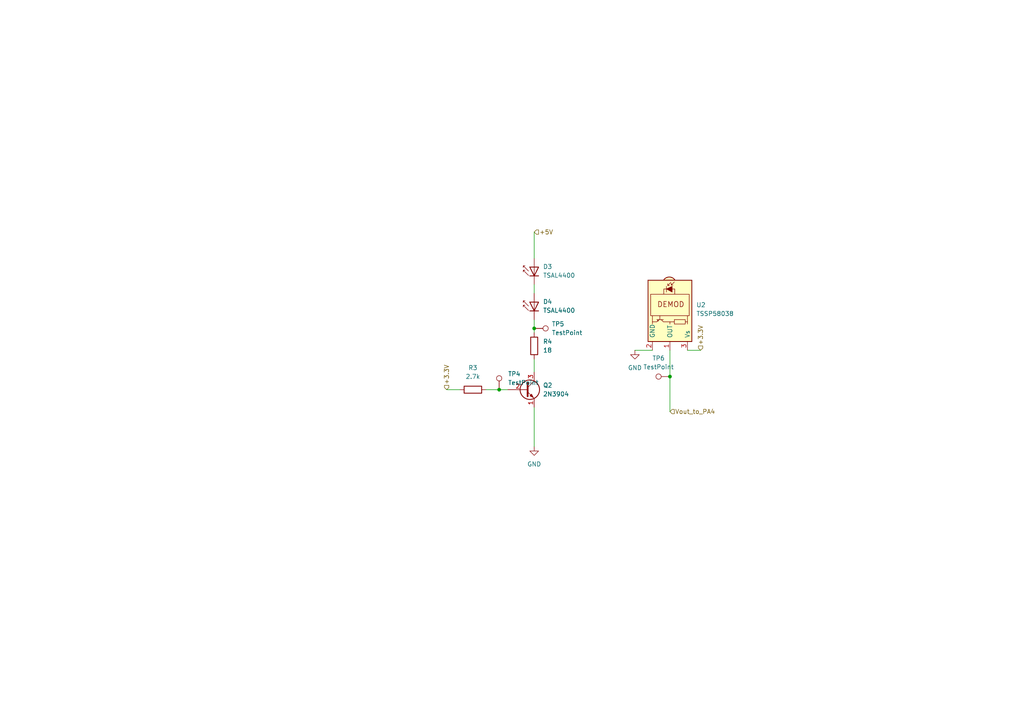
<source format=kicad_sch>
(kicad_sch (version 20231120) (generator "eeschema") (generator_version "8.0")
  (paper "A4")
  (lib_symbols
    (symbol "Connector:TestPoint" (pin_numbers hide) (pin_names (offset 0.762) hide)
      (property "Reference" "TP" (at 0 6.858 0))
      (property "Value" "TestPoint" (at 0 5.08 0))
      (symbol "TestPoint_0_1"
        (circle (center 0 3.302) (radius 0.762))
      )
      (symbol "TestPoint_1_1"
        (pin passive line (at 0 0 90) (length 2.54) (name "1") (number "1"))
      )
    )
    (symbol "Device:R" (pin_numbers hide) (pin_names (offset 0))
      (property "Reference" "R" (at 2.032 0 90))
      (property "Value" "R" (at 0 0 90))
      (symbol "R_0_1"
        (rectangle (start -1.016 -2.54) (end 1.016 2.54) (stroke (width 0.254)))
      )
      (symbol "R_1_1"
        (pin passive line (at 0 3.81 270) (length 1.27) (name "~") (number "1"))
        (pin passive line (at 0 -3.81 90) (length 1.27) (name "~") (number "2"))
      )
    )
    (symbol "LED:TSAL4400" (pin_numbers hide) (pin_names (offset 1.016) hide)
      (property "Reference" "D" (at 0.508 1.778 0))
      (property "Value" "TSAL4400" (at -1.016 -2.794 0))
      (symbol "TSAL4400_0_1"
        (polyline (pts (xy -2.54 1.27) (xy -2.54 -1.27)) (stroke (width 0.254)))
        (polyline (pts (xy 0 0) (xy -2.54 0)))
        (polyline (pts (xy 0.381 3.175) (xy -0.127 3.175)))
        (polyline (pts (xy -1.143 1.651) (xy 0.381 3.175) (xy 0.381 2.667)))
        (polyline (pts (xy 0 1.27) (xy -2.54 0) (xy 0 -1.27) (xy 0 1.27)) (stroke (width 0.254)))
        (polyline (pts (xy -2.413 1.651) (xy -0.889 3.175) (xy -0.889 2.667) (xy -0.889 3.175) (xy -1.397 3.175)))
      )
      (symbol "TSAL4400_1_1"
        (pin passive line (at -5.08 0 0) (length 2.54) (name "K") (number "1"))
        (pin passive line (at 2.54 0 180) (length 2.54) (name "A") (number "2"))
      )
    )
    (symbol "Sensor_Proximity:TSSP58038" (pin_names (offset 1.016))
      (property "Reference" "U" (at -10.16 7.62 0))
      (property "Value" "TSSP58038" (at -10.16 -7.62 0))
      (symbol "TSSP58038_0_0"
        (arc (start -10.287 1.397) (mid -11.0899 -0.1852) (end -10.287 -1.778) (stroke (width 0.254)) (fill (type background)))
        (polyline (pts (xy 1.905 -5.08) (xy 0.127 -5.08)))
        (polyline (pts (xy 1.905 5.08) (xy 0.127 5.08)))
        (text "DEMOD" (at -3.175 0.254 900) (effects (font (size 1.524 1.524))))
      )
      (symbol "TSSP58038_0_1"
        (rectangle (start -6.096 5.588) (end 0.127 -5.588))
        (polyline (pts (xy -8.763 0.381) (xy -9.652 1.27)))
        (polyline (pts (xy -8.763 0.381) (xy -9.271 0.381)))
        (polyline (pts (xy -8.763 0.381) (xy -8.763 0.889)))
        (polyline (pts (xy -8.636 -0.635) (xy -9.525 0.254)))
        (polyline (pts (xy -8.636 -0.635) (xy -9.144 -0.635)))
        (polyline (pts (xy -8.636 -0.635) (xy -8.636 -0.127)))
        (polyline (pts (xy -8.382 -1.016) (xy -6.731 -1.016)))
        (polyline (pts (xy 1.27 -2.921) (xy 0.127 -2.921)))
        (polyline (pts (xy 1.27 -1.905) (xy 1.27 -3.81)))
        (polyline (pts (xy 1.397 -3.556) (xy 1.524 -3.556)))
        (polyline (pts (xy 1.651 -3.556) (xy 1.524 -3.556)))
        (polyline (pts (xy 1.651 -3.556) (xy 1.651 -3.302)))
        (polyline (pts (xy 1.905 0) (xy 1.905 1.27)))
        (polyline (pts (xy 1.905 4.445) (xy 1.905 5.08) (xy 2.54 5.08)))
        (polyline (pts (xy -8.382 0.635) (xy -6.731 0.635) (xy -7.62 -1.016) (xy -8.382 0.635)) (fill (type outline)))
        (polyline (pts (xy -6.096 1.397) (xy -7.62 1.397) (xy -7.62 -1.778) (xy -6.096 -1.778)))
        (polyline (pts (xy 1.27 -3.175) (xy 1.905 -3.81) (xy 1.905 -5.08) (xy 2.54 -5.08)))
        (polyline (pts (xy 1.27 -2.54) (xy 1.905 -1.905) (xy 1.905 0) (xy 2.54 0)))
        (rectangle (start 2.54 1.27) (end 1.27 4.445))
        (rectangle (start 7.62 6.35) (end -10.16 -6.35) (stroke (width 0.254)) (fill (type background)))
      )
      (symbol "TSSP58038_1_1"
        (pin output line (at 10.16 0 180) (length 2.54) (name "OUT") (number "1"))
        (pin power_in line (at 10.16 -5.08 180) (length 2.54) (name "GND") (number "2"))
        (pin power_in line (at 10.16 5.08 180) (length 2.54) (name "Vs") (number "3"))
      )
    )
    (symbol "Transistor_BJT:2N3904" (pin_names (offset 0) hide)
      (property "Reference" "Q" (at 5.08 1.905 0))
      (property "Value" "2N3904" (at 5.08 0 0))
      (symbol "2N3904_0_1"
        (polyline (pts (xy 0.635 0.635) (xy 2.54 2.54)))
        (polyline (pts (xy 0.635 -0.635) (xy 2.54 -2.54) (xy 2.54 -2.54)))
        (polyline (pts (xy 0.635 1.905) (xy 0.635 -1.905) (xy 0.635 -1.905)) (stroke (width 0.508)))
        (polyline (pts (xy 1.27 -1.778) (xy 1.778 -1.27) (xy 2.286 -2.286) (xy 1.27 -1.778) (xy 1.27 -1.778)) (fill (type outline)))
        (circle (center 1.27 0) (radius 2.8194) (stroke (width 0.254)))
      )
      (symbol "2N3904_1_1"
        (pin passive line (at 2.54 -5.08 90) (length 2.54) (name "E") (number "1"))
        (pin passive line (at -5.08 0 0) (length 5.715) (name "B") (number "2"))
        (pin passive line (at 2.54 5.08 270) (length 2.54) (name "C") (number "3"))
      )
    )
    (symbol "power:GND" (power) (pin_numbers hide) (pin_names (offset 0) hide)
      (property "Value" "GND" (at 0 -3.81 0))
      (symbol "GND_0_1"
        (polyline (pts (xy 0 0) (xy 0 -1.27) (xy 1.27 -1.27) (xy 0 -2.54) (xy -1.27 -1.27) (xy 0 -1.27)))
      )
      (symbol "GND_1_1"
        (pin power_in line (at 0 0 270) (length 0) (name "~") (number "1"))
      )
    )
  )
  (junction (at 154.94 95.25))
  (junction (at 144.78 113.03))
  (junction (at 194.31 109.22))
  (wire (pts (xy 194.31 109.22) (xy 194.31 119.38)))
  (wire (pts (xy 199.39 101.6) (xy 203.2 101.6)))
  (wire (pts (xy 154.94 118.11) (xy 154.94 129.54)))
  (wire (pts (xy 184.15 101.6) (xy 189.23 101.6)))
  (wire (pts (xy 154.94 82.55) (xy 154.94 85.09)))
  (wire (pts (xy 154.94 104.14) (xy 154.94 107.95)))
  (wire (pts (xy 144.78 113.03) (xy 147.32 113.03)))
  (wire (pts (xy 154.94 95.25) (xy 154.94 96.52)))
  (wire (pts (xy 140.97 113.03) (xy 144.78 113.03)))
  (wire (pts (xy 129.54 113.03) (xy 133.35 113.03)))
  (wire (pts (xy 154.94 67.31) (xy 154.94 74.93)))
  (wire (pts (xy 154.94 92.71) (xy 154.94 95.25)))
  (wire (pts (xy 194.31 101.6) (xy 194.31 109.22)))
  (hierarchical_label "+3.3V" (shape input) (at 129.54 113.03 90))
  (hierarchical_label "+3.3V" (shape input) (at 203.2 101.6 90))
  (hierarchical_label "+5V" (shape input) (at 154.94 67.31 0))
  (hierarchical_label "Vout_to_PA4" (shape input) (at 194.31 119.38 0))
  (symbol (lib_id "Device:R") (at 154.94 100.33 180) (unit 1)
    (property "Reference" "R4" (at 157.48 99.0599 0) (effects (justify right)))
    (property "Value" "18" (at 157.48 101.5999 0) (effects (justify right)))
    (property "Description" "Resistor" (effects (hide yes)))
  )
  (symbol (lib_id "power:GND") (at 154.94 129.54 0) (unit 1)
    (property "Reference" "#PWR01" (effects (hide yes)))
    (property "Value" "GND" (at 154.94 134.62 0))
    (property "Description" "Power symbol creates a global label with name \"GND\" , ground" (effects (hide yes)))
  )
  (symbol (lib_id "Connector:TestPoint") (at 154.94 95.25 270) (unit 1)
    (property "Reference" "TP5" (at 160.02 93.9799 90) (effects (justify left)))
    (property "Value" "TestPoint" (at 160.02 96.5199 90) (effects (justify left)))
    (property "Description" "test point" (effects (hide yes)))
  )
  (symbol (lib_id "power:GND") (at 184.15 101.6 0) (unit 1)
    (property "Reference" "#PWR02" (effects (hide yes)))
    (property "Value" "GND" (at 184.15 106.68 0))
    (property "Description" "Power symbol creates a global label with name \"GND\" , ground" (effects (hide yes)))
  )
  (symbol (lib_id "LED:TSAL4400") (at 154.94 87.63 90) (unit 1)
    (property "Reference" "D4" (at 157.48 87.5029 90) (effects (justify right)))
    (property "Value" "TSAL4400" (at 157.48 90.0429 90) (effects (justify right)))
    (property "Footprint" "LED_THT:LED_D3.0mm_IRBlack" (effects (hide yes)))
    (property "Datasheet" "http://www.vishay.com/docs/81006/tsal4400.pdf" (effects (hide yes)))
    (property "Description" "Infrared LED , 3mm LED package" (effects (hide yes)))
  )
  (symbol (lib_id "Device:R") (at 137.16 113.03 270) (unit 1)
    (property "Reference" "R3" (at 137.16 106.68 90))
    (property "Value" "2.7k" (at 137.16 109.22 90))
    (property "Description" "Resistor" (effects (hide yes)))
  )
  (symbol (lib_id "Connector:TestPoint") (at 194.31 109.22 90) (unit 1)
    (property "Reference" "TP6" (at 191.008 103.9031 90))
    (property "Value" "TestPoint" (at 191.008 106.4431 90))
    (property "Description" "test point" (effects (hide yes)))
  )
  (symbol (lib_id "Transistor_BJT:2N3904") (at 152.4 113.03 0) (unit 1)
    (property "Reference" "Q2" (at 157.48 111.7599 0) (effects (justify left)))
    (property "Value" "2N3904" (at 157.48 114.2999 0) (effects (justify left)))
    (property "Footprint" "Package_TO_SOT_THT:TO-92_Inline" (effects (hide yes)))
    (property "Datasheet" "https://www.onsemi.com/pub/Collateral/2N3903-D.PDF" (effects (hide yes)))
    (property "Description" "0.2A Ic, 40V Vce, Small Signal NPN Transistor, TO-92" (effects (hide yes)))
  )
  (symbol (lib_id "Connector:TestPoint") (at 144.78 113.03 0) (unit 1)
    (property "Reference" "TP4" (at 147.32 108.4579 0) (effects (justify left)))
    (property "Value" "TestPoint" (at 147.32 110.9979 0) (effects (justify left)))
    (property "Description" "test point" (effects (hide yes)))
  )
  (symbol (lib_id "Sensor_Proximity:TSSP58038") (at 194.31 91.44 270) (unit 1)
    (property "Reference" "U2" (at 201.93 88.4349 90) (effects (justify left)))
    (property "Value" "TSSP58038" (at 201.93 90.9749 90) (effects (justify left)))
    (property "Footprint" "OptoDevice:Vishay_MINICAST-3Pin" (effects (hide yes)))
    (property "Datasheet" "http://www.vishay.com/docs/82476/tssp58p38.pdf" (effects (hide yes)))
    (property "Description" "IR Detector for Mid Range Proximity Sensor" (effects (hide yes)))
  )
  (symbol (lib_id "LED:TSAL4400") (at 154.94 77.47 90) (unit 1)
    (property "Reference" "D3" (at 157.48 77.3429 90) (effects (justify right)))
    (property "Value" "TSAL4400" (at 157.48 79.8829 90) (effects (justify right)))
    (property "Footprint" "LED_THT:LED_D3.0mm_IRBlack" (effects (hide yes)))
    (property "Datasheet" "http://www.vishay.com/docs/81006/tsal4400.pdf" (effects (hide yes)))
    (property "Description" "Infrared LED , 3mm LED package" (effects (hide yes)))
  )
)
</source>
